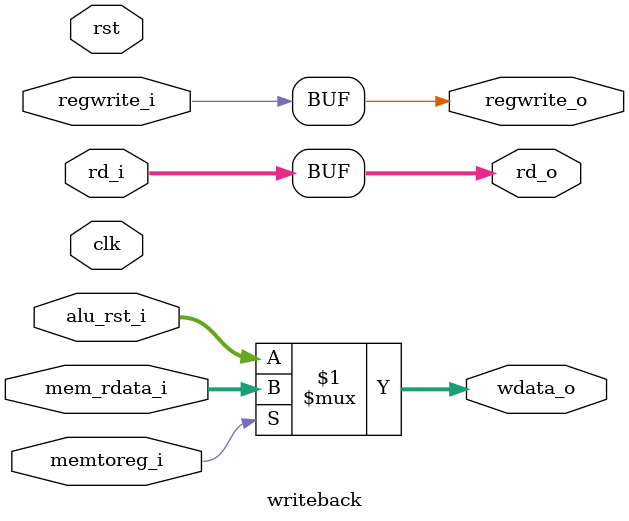
<source format=v>
module writeback(
	clk,
	rst,
	rd_o,
	rd_i,
	
	mem_rdata_i,
	alu_rst_i,
	
	wdata_o,
	// control io
	memtoreg_i, // WB
	regwrite_i, // WB
	regwrite_o
);

input			clk;
input			rst;
input	[4 :0]	rd_i;
output	[4 :0]	rd_o;
output	[31:0]	wdata_o;
input	[31:0]	mem_rdata_i;
input	[31:0]	alu_rst_i;
input			memtoreg_i;
input			regwrite_i;
output			regwrite_o;

wire			clk;
wire			rst;
wire	[4 :0]	rd_i;
wire	[4 :0]	rd_o;
wire	[31:0]	wdata_o;
wire	[31:0]	mem_rdata_i;
wire	[31:0]	alu_rst_i;
wire			memtoreg_i;
wire			regwrite_i;
wire			regwrite_o;

wire	[4 :0]	rd_w;
wire	[31:0]	wdata_w;

assign 	rd_o	=	rd_i;
assign	wdata_o	=	memtoreg_i ? mem_rdata_i : alu_rst_i;
assign	regwrite_o	=	regwrite_i;

endmodule
</source>
